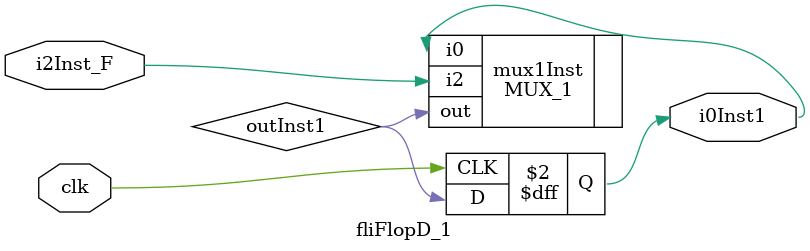
<source format=v>
module fliFlopD_1(clk, i0Inst1, i2Inst_F);

	wire outInst1;
	MUX_1 mux1Inst(.i0(i0Inst1), .i2(i2Inst_F), .out(outInst1));
	input clk, i2Inst_F;
	output reg i0Inst1;
	
	always @(posedge clk)
	begin
		i0Inst1 <= outInst1;
	end


endmodule

</source>
